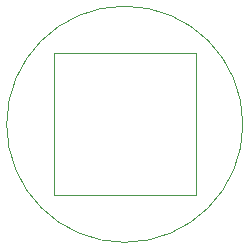
<source format=gbr>
%TF.GenerationSoftware,KiCad,Pcbnew,7.0.0*%
%TF.CreationDate,2023-07-26T19:00:41+08:00*%
%TF.ProjectId,QS-27,51532d32-372e-46b6-9963-61645f706362,rev?*%
%TF.SameCoordinates,Original*%
%TF.FileFunction,Legend,Top*%
%TF.FilePolarity,Positive*%
%FSLAX46Y46*%
G04 Gerber Fmt 4.6, Leading zero omitted, Abs format (unit mm)*
G04 Created by KiCad (PCBNEW 7.0.0) date 2023-07-26 19:00:41*
%MOMM*%
%LPD*%
G01*
G04 APERTURE LIST*
%ADD10C,0.120000*%
G04 APERTURE END LIST*
D10*
%TO.C,J1*%
X149456000Y-116896000D02*
X149456000Y-104896000D01*
X149456000Y-116896000D02*
X161456000Y-116896000D01*
X161456000Y-104896000D02*
X149456000Y-104896000D01*
X161456000Y-116896000D02*
X161456000Y-104896000D01*
%TO.C,NX1*%
X165456000Y-110896000D02*
G75*
G03*
X165456000Y-110896000I-10000000J0D01*
G01*
%TD*%
M02*

</source>
